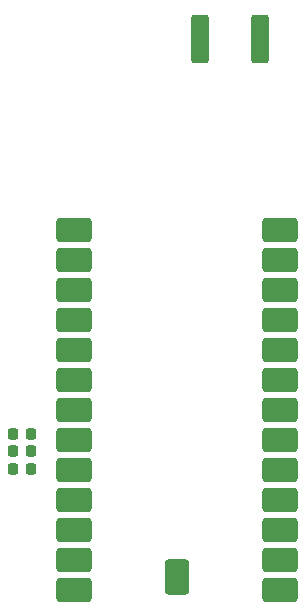
<source format=gbr>
%TF.GenerationSoftware,KiCad,Pcbnew,8.0.5*%
%TF.CreationDate,2024-10-25T02:08:45-07:00*%
%TF.ProjectId,ChungRF,4368756e-6752-4462-9e6b-696361645f70,R3*%
%TF.SameCoordinates,Original*%
%TF.FileFunction,Paste,Bot*%
%TF.FilePolarity,Positive*%
%FSLAX46Y46*%
G04 Gerber Fmt 4.6, Leading zero omitted, Abs format (unit mm)*
G04 Created by KiCad (PCBNEW 8.0.5) date 2024-10-25 02:08:45*
%MOMM*%
%LPD*%
G01*
G04 APERTURE LIST*
G04 Aperture macros list*
%AMRoundRect*
0 Rectangle with rounded corners*
0 $1 Rounding radius*
0 $2 $3 $4 $5 $6 $7 $8 $9 X,Y pos of 4 corners*
0 Add a 4 corners polygon primitive as box body*
4,1,4,$2,$3,$4,$5,$6,$7,$8,$9,$2,$3,0*
0 Add four circle primitives for the rounded corners*
1,1,$1+$1,$2,$3*
1,1,$1+$1,$4,$5*
1,1,$1+$1,$6,$7*
1,1,$1+$1,$8,$9*
0 Add four rect primitives between the rounded corners*
20,1,$1+$1,$2,$3,$4,$5,0*
20,1,$1+$1,$4,$5,$6,$7,0*
20,1,$1+$1,$6,$7,$8,$9,0*
20,1,$1+$1,$8,$9,$2,$3,0*%
G04 Aperture macros list end*
%ADD10RoundRect,0.228000X-0.532000X-1.802000X0.532000X-1.802000X0.532000X1.802000X-0.532000X1.802000X0*%
%ADD11RoundRect,0.225000X-0.225000X-0.250000X0.225000X-0.250000X0.225000X0.250000X-0.225000X0.250000X0*%
%ADD12RoundRect,0.250000X1.250000X-0.750000X1.250000X0.750000X-1.250000X0.750000X-1.250000X-0.750000X0*%
%ADD13RoundRect,0.250000X-0.750000X-1.250000X0.750000X-1.250000X0.750000X1.250000X-0.750000X1.250000X0*%
G04 APERTURE END LIST*
D10*
%TO.C,J2*%
X170024984Y-65250000D03*
X175104984Y-65250000D03*
%TD*%
D11*
%TO.C,C3*%
X154175000Y-98691410D03*
X155725000Y-98691410D03*
%TD*%
%TO.C,C2*%
X154175000Y-100181410D03*
X155725000Y-100181410D03*
%TD*%
%TO.C,C1*%
X154175000Y-101691410D03*
X155725000Y-101691410D03*
%TD*%
D12*
%TO.C,U1*%
X159350000Y-111890000D03*
X159350000Y-109350000D03*
X159350000Y-106810000D03*
X159350000Y-104270000D03*
X159350000Y-101730000D03*
X159350000Y-99190000D03*
X159350000Y-96650000D03*
X159350000Y-94110000D03*
X159350000Y-91570000D03*
X159350000Y-89030000D03*
X159350000Y-86490000D03*
X159350000Y-83950000D03*
X159350000Y-81410000D03*
X176850000Y-81410000D03*
X176850000Y-83950000D03*
X176850000Y-86490000D03*
X176850000Y-89030000D03*
X176850000Y-91570000D03*
X176850000Y-94110000D03*
X176850000Y-96650000D03*
X176850000Y-99190000D03*
X176850000Y-101730000D03*
X176850000Y-104270000D03*
X176850000Y-106810000D03*
X176850000Y-109350000D03*
X176850000Y-111890000D03*
D13*
X168100000Y-110790000D03*
%TD*%
M02*

</source>
